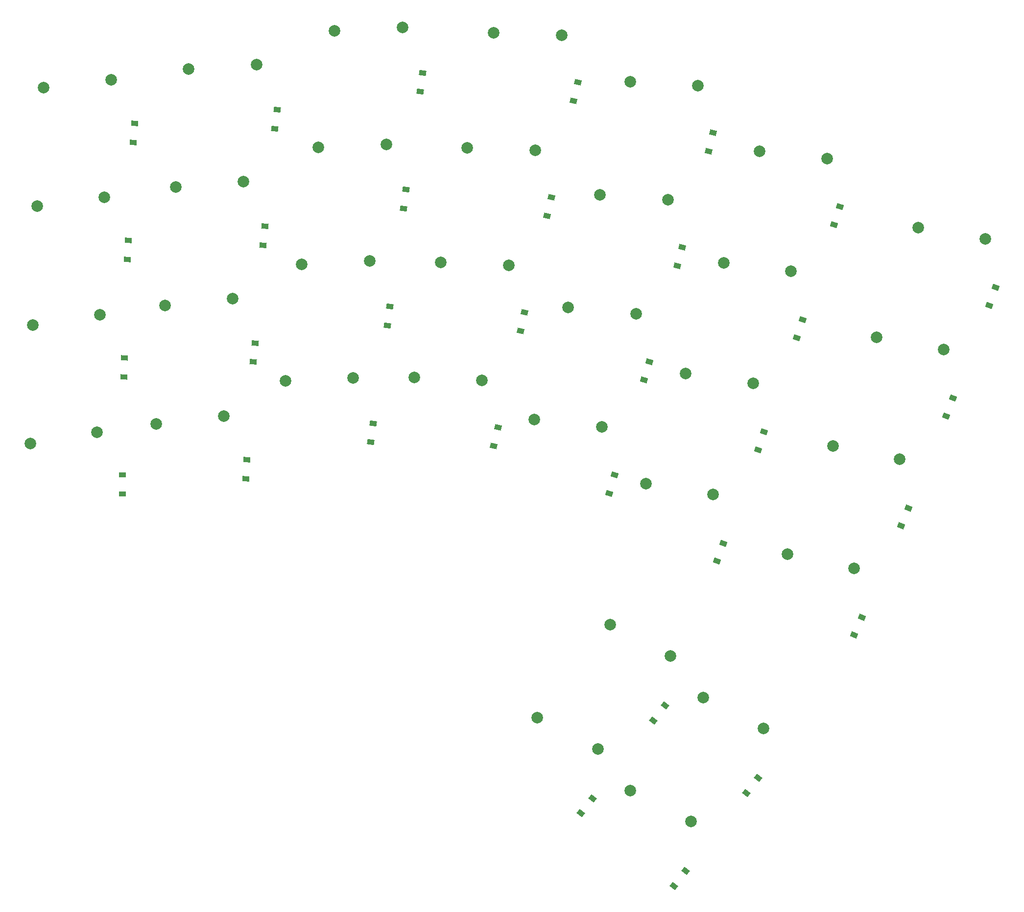
<source format=gtp>
%TF.GenerationSoftware,KiCad,Pcbnew,7.0.7+dfsg-1*%
%TF.CreationDate,2024-02-08T22:24:17-07:00*%
%TF.ProjectId,Keyboard,4b657962-6f61-4726-942e-6b696361645f,v1.0.0*%
%TF.SameCoordinates,Original*%
%TF.FileFunction,Paste,Top*%
%TF.FilePolarity,Positive*%
%FSLAX46Y46*%
G04 Gerber Fmt 4.6, Leading zero omitted, Abs format (unit mm)*
G04 Created by KiCad (PCBNEW 7.0.7+dfsg-1) date 2024-02-08 22:24:17*
%MOMM*%
%LPD*%
G01*
G04 APERTURE LIST*
G04 Aperture macros list*
%AMRotRect*
0 Rectangle, with rotation*
0 The origin of the aperture is its center*
0 $1 length*
0 $2 width*
0 $3 Rotation angle, in degrees counterclockwise*
0 Add horizontal line*
21,1,$1,$2,0,0,$3*%
G04 Aperture macros list end*
%ADD10RotRect,0.900000X1.200000X87.000000*%
%ADD11RotRect,0.900000X1.200000X86.000000*%
%ADD12C,2.000000*%
%ADD13RotRect,0.900000X1.200000X89.000000*%
%ADD14RotRect,0.900000X1.200000X88.000000*%
%ADD15RotRect,0.900000X1.200000X85.000000*%
%ADD16RotRect,0.900000X1.200000X84.000000*%
%ADD17RotRect,0.900000X1.200000X83.000000*%
%ADD18RotRect,0.900000X1.200000X82.000000*%
%ADD19RotRect,0.900000X1.200000X77.000000*%
%ADD20RotRect,0.900000X1.200000X73.000000*%
%ADD21RotRect,0.900000X1.200000X74.000000*%
%ADD22RotRect,0.900000X1.200000X75.000000*%
%ADD23RotRect,0.900000X1.200000X76.000000*%
%ADD24RotRect,0.900000X1.200000X70.000000*%
%ADD25RotRect,0.900000X1.200000X71.000000*%
%ADD26RotRect,0.900000X1.200000X72.000000*%
%ADD27RotRect,0.900000X1.200000X67.000000*%
%ADD28RotRect,0.900000X1.200000X68.000000*%
%ADD29RotRect,0.900000X1.200000X69.000000*%
%ADD30RotRect,0.900000X1.200000X52.000000*%
G04 APERTURE END LIST*
D10*
%TO.C,D3*%
X138300361Y-84637698D03*
X138473069Y-81342220D03*
%TD*%
D11*
%TO.C,D4*%
X139278699Y-64396581D03*
X139508895Y-61104619D03*
%TD*%
D12*
%TO.C,S1*%
X133064777Y-114478379D03*
X121478141Y-116476468D03*
%TD*%
%TO.C,S2*%
X133523120Y-94141343D03*
X121903377Y-95936914D03*
%TD*%
%TO.C,S3*%
X134336324Y-73815405D03*
X122687013Y-75407909D03*
%TD*%
%TO.C,S4*%
X135504139Y-53506754D03*
X123828810Y-54895708D03*
%TD*%
%TO.C,S5*%
X154968507Y-111663262D03*
X143293178Y-113052216D03*
%TD*%
%TO.C,S6*%
X156490580Y-91378086D03*
X144792789Y-92563065D03*
%TD*%
%TO.C,S7*%
X158366447Y-71122563D03*
X146649756Y-72103208D03*
%TD*%
%TO.C,S8*%
X160595535Y-50902863D03*
X148863515Y-51678874D03*
%TD*%
%TO.C,S9*%
X177346728Y-105075433D03*
X165602951Y-105646573D03*
%TD*%
%TO.C,S10*%
X180185859Y-84873965D03*
X168442082Y-85445105D03*
%TD*%
%TO.C,S11*%
X171281213Y-65243636D03*
X183024990Y-64672496D03*
%TD*%
%TO.C,S12*%
X185864122Y-44471028D03*
X174120345Y-45042168D03*
%TD*%
%TO.C,S13*%
X199612350Y-105486284D03*
X187863483Y-105031713D03*
%TD*%
%TO.C,S14*%
X204201352Y-85609135D03*
X192452485Y-85154564D03*
%TD*%
%TO.C,S15*%
X208790353Y-65731985D03*
X197041486Y-65277414D03*
%TD*%
%TO.C,S16*%
X213379355Y-45854836D03*
X201630488Y-45400265D03*
%TD*%
%TO.C,S17*%
X220325879Y-113596628D03*
X208637341Y-112323605D03*
%TD*%
%TO.C,S18*%
X226206926Y-94003712D03*
X214497952Y-92934877D03*
%TD*%
%TO.C,S19*%
X231745134Y-74311143D03*
X220019289Y-73446820D03*
%TD*%
%TO.C,S20*%
X236938817Y-54524917D03*
X225199673Y-53865369D03*
%TD*%
%TO.C,S21*%
X239564618Y-125288119D03*
X227958724Y-123405110D03*
%TD*%
%TO.C,S22*%
X246463020Y-106029844D03*
X234826030Y-104349673D03*
%TD*%
%TO.C,S23*%
X253024268Y-86654109D03*
X241359728Y-85177287D03*
%TD*%
%TO.C,S24*%
X259246363Y-67166817D03*
X247557825Y-65893794D03*
%TD*%
%TO.C,S25*%
X263923177Y-138038491D03*
X252431737Y-135550657D03*
%TD*%
%TO.C,S26*%
X271820024Y-119167644D03*
X260286916Y-116880742D03*
%TD*%
%TO.C,S27*%
X279386327Y-100161851D03*
X267815064Y-98076579D03*
%TD*%
%TO.C,S28*%
X286619782Y-81026904D03*
X275013888Y-79143895D03*
%TD*%
%TO.C,S29*%
X209173568Y-163886995D03*
X219629547Y-169264261D03*
%TD*%
%TO.C,S30*%
X221733062Y-147811576D03*
X232189041Y-153188842D03*
%TD*%
%TO.C,S31*%
X225248988Y-176446489D03*
X235704967Y-181823755D03*
%TD*%
%TO.C,S32*%
X237808482Y-160371070D03*
X248264461Y-165748336D03*
%TD*%
D13*
%TO.C,D1*%
X137404093Y-125155737D03*
X137461685Y-121856239D03*
%TD*%
D14*
%TO.C,D2*%
X137675429Y-104892807D03*
X137790597Y-101594817D03*
%TD*%
D11*
%TO.C,D5*%
X158743066Y-122553090D03*
X158973262Y-119261128D03*
%TD*%
D15*
%TO.C,D6*%
X160074511Y-102332129D03*
X160362125Y-99044687D03*
%TD*%
D16*
%TO.C,D7*%
X161758657Y-82137486D03*
X162103601Y-78855564D03*
%TD*%
D17*
%TO.C,D8*%
X163794992Y-61975311D03*
X164197160Y-58699909D03*
%TD*%
D18*
%TO.C,D9*%
X180352455Y-116202033D03*
X180811727Y-112934149D03*
%TD*%
%TO.C,D10*%
X183191587Y-96000564D03*
X183650859Y-92732680D03*
%TD*%
%TO.C,D11*%
X186030718Y-75799096D03*
X186489990Y-72531212D03*
%TD*%
%TO.C,D12*%
X188869849Y-55597627D03*
X189329121Y-52329743D03*
%TD*%
D19*
%TO.C,D13*%
X201636894Y-116832511D03*
X202379232Y-113617089D03*
%TD*%
%TO.C,D14*%
X206225895Y-96955361D03*
X206968233Y-93739939D03*
%TD*%
%TO.C,D15*%
X210814896Y-77078212D03*
X211557234Y-73862790D03*
%TD*%
%TO.C,D16*%
X215403898Y-57201063D03*
X216146236Y-53985641D03*
%TD*%
D20*
%TO.C,D17*%
X221554018Y-125056441D03*
X222518844Y-121900635D03*
%TD*%
D21*
%TO.C,D18*%
X227634879Y-105440346D03*
X228544483Y-102268182D03*
%TD*%
D22*
%TO.C,D19*%
X233372468Y-85721113D03*
X234226570Y-82533557D03*
%TD*%
D23*
%TO.C,D20*%
X238765033Y-65904748D03*
X239563375Y-62702772D03*
%TD*%
D24*
%TO.C,D21*%
X240191314Y-136796502D03*
X241319980Y-133695516D03*
%TD*%
D25*
%TO.C,D22*%
X247290470Y-117525538D03*
X248364844Y-114405326D03*
%TD*%
D26*
%TO.C,D23*%
X254052218Y-98133611D03*
X255071974Y-94995125D03*
%TD*%
D20*
%TO.C,D24*%
X260474502Y-78626629D03*
X261439328Y-75470823D03*
%TD*%
D27*
%TO.C,D25*%
X263946711Y-149563900D03*
X265236123Y-146526234D03*
%TD*%
D28*
%TO.C,D26*%
X272044701Y-130690887D03*
X273280903Y-127631181D03*
%TD*%
D29*
%TO.C,D27*%
X279812079Y-111679419D03*
X280994693Y-108598603D03*
%TD*%
D24*
%TO.C,D28*%
X287246477Y-92535287D03*
X288375143Y-89434301D03*
%TD*%
D30*
%TO.C,D29*%
X216669285Y-180403044D03*
X218700967Y-177802608D03*
%TD*%
%TO.C,D30*%
X229228779Y-164327625D03*
X231260461Y-161727189D03*
%TD*%
%TO.C,D31*%
X232744704Y-192962538D03*
X234776386Y-190362102D03*
%TD*%
%TO.C,D32*%
X245304198Y-176887119D03*
X247335880Y-174286683D03*
%TD*%
M02*

</source>
